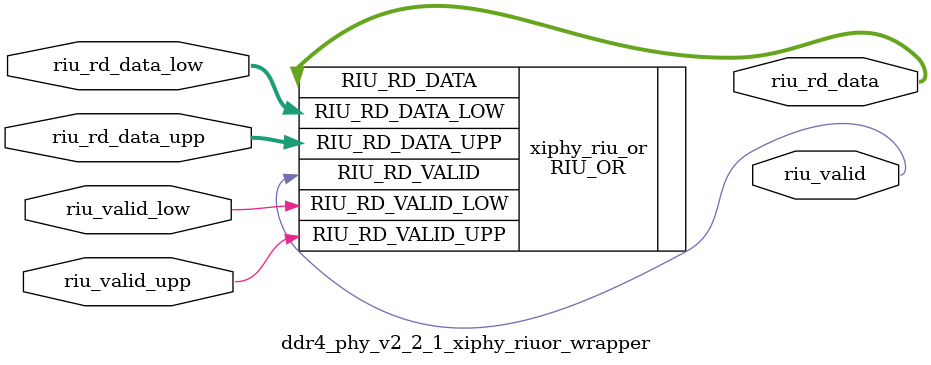
<source format=sv>

`timescale 1ps / 1ps

module ddr4_phy_v2_2_1_xiphy_riuor_wrapper # (
   parameter           SIM_DEVICE            = "ULTRASCALE"
) (
  input  [15:0]  riu_rd_data_low,    // Lower nibble RIU rd_data 
  input  [15:0]  riu_rd_data_upp,    // Upper nibble RIU rd_data 
  input          riu_valid_low,      // Lower nibble RIU riu2clb_valid 
  input          riu_valid_upp,      // Upper nibble RIU riu2clb_valid
  output [15:0]  riu_rd_data,        // ORed lower and upper RIU rd_data      
  output         riu_valid           // ORed lower and upper RIU write valid      
);

`ifdef ULTRASCALE_PHY_BLH
B_RIU_OR
`else
RIU_OR  # (
   .SIM_DEVICE   (SIM_DEVICE)
) 
`endif
  xiphy_riu_or
(
   .RIU_RD_DATA_LOW         (riu_rd_data_low),
   .RIU_RD_DATA_UPP         (riu_rd_data_upp),
   .RIU_RD_VALID_LOW        (riu_valid_low),
   .RIU_RD_VALID_UPP        (riu_valid_upp),
   .RIU_RD_DATA             (riu_rd_data),
   .RIU_RD_VALID            (riu_valid)
);

endmodule


</source>
